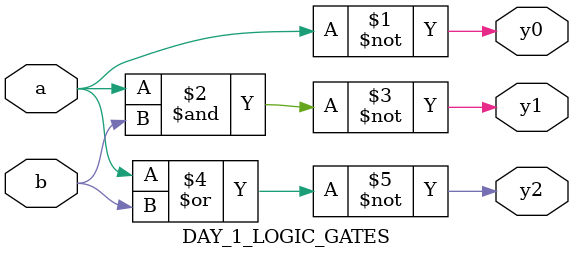
<source format=v>
`timescale 1ns / 1ps


module DAY_1_LOGIC_GATES(
    input a,b,
    output y0,y1,y2
    );
    assign y0 = ~a;
    assign y1 = ~(a&b);
    assign y2 = ~(a|b);
endmodule

</source>
